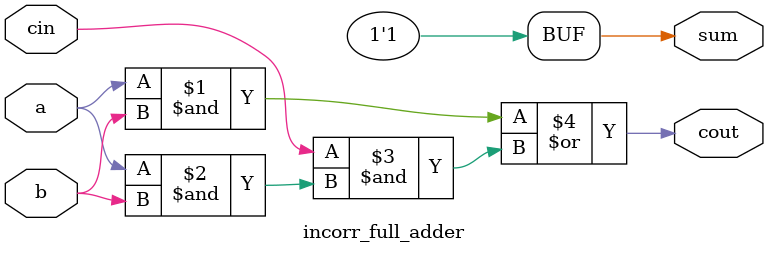
<source format=v>
module incorr_full_adder(a,b,cin,sum,cout);
input a,b,cin;
output sum,cout;
assign sum = 1'b1;
assign cout = a&b|cin&(a&b); 
// initial begin
//     $display("The incorrect adder with xor1 having out/1");
// end   
endmodule
</source>
